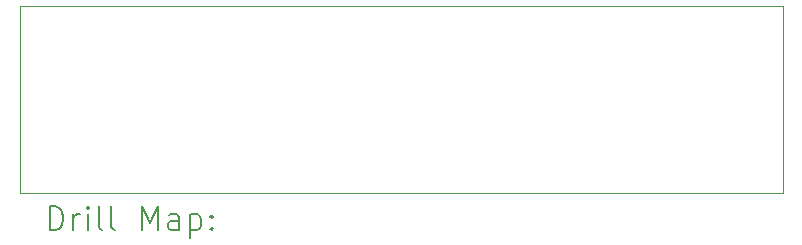
<source format=gbr>
%FSLAX45Y45*%
G04 Gerber Fmt 4.5, Leading zero omitted, Abs format (unit mm)*
G04 Created by KiCad (PCBNEW (6.0.4)) date 2022-04-05 13:55:58*
%MOMM*%
%LPD*%
G01*
G04 APERTURE LIST*
%TA.AperFunction,Profile*%
%ADD10C,0.100000*%
%TD*%
%ADD11C,0.200000*%
G04 APERTURE END LIST*
D10*
X5590000Y-9160000D02*
X12050000Y-9160000D01*
X12050000Y-9160000D02*
X12050000Y-10740000D01*
X12050000Y-10740000D02*
X5590000Y-10740000D01*
X5590000Y-10740000D02*
X5590000Y-9160000D01*
D11*
X5842619Y-11055476D02*
X5842619Y-10855476D01*
X5890238Y-10855476D01*
X5918809Y-10865000D01*
X5937857Y-10884048D01*
X5947381Y-10903095D01*
X5956905Y-10941190D01*
X5956905Y-10969762D01*
X5947381Y-11007857D01*
X5937857Y-11026905D01*
X5918809Y-11045952D01*
X5890238Y-11055476D01*
X5842619Y-11055476D01*
X6042619Y-11055476D02*
X6042619Y-10922143D01*
X6042619Y-10960238D02*
X6052143Y-10941190D01*
X6061667Y-10931667D01*
X6080714Y-10922143D01*
X6099762Y-10922143D01*
X6166428Y-11055476D02*
X6166428Y-10922143D01*
X6166428Y-10855476D02*
X6156905Y-10865000D01*
X6166428Y-10874524D01*
X6175952Y-10865000D01*
X6166428Y-10855476D01*
X6166428Y-10874524D01*
X6290238Y-11055476D02*
X6271190Y-11045952D01*
X6261667Y-11026905D01*
X6261667Y-10855476D01*
X6395000Y-11055476D02*
X6375952Y-11045952D01*
X6366428Y-11026905D01*
X6366428Y-10855476D01*
X6623571Y-11055476D02*
X6623571Y-10855476D01*
X6690238Y-10998333D01*
X6756905Y-10855476D01*
X6756905Y-11055476D01*
X6937857Y-11055476D02*
X6937857Y-10950714D01*
X6928333Y-10931667D01*
X6909286Y-10922143D01*
X6871190Y-10922143D01*
X6852143Y-10931667D01*
X6937857Y-11045952D02*
X6918809Y-11055476D01*
X6871190Y-11055476D01*
X6852143Y-11045952D01*
X6842619Y-11026905D01*
X6842619Y-11007857D01*
X6852143Y-10988810D01*
X6871190Y-10979286D01*
X6918809Y-10979286D01*
X6937857Y-10969762D01*
X7033095Y-10922143D02*
X7033095Y-11122143D01*
X7033095Y-10931667D02*
X7052143Y-10922143D01*
X7090238Y-10922143D01*
X7109286Y-10931667D01*
X7118809Y-10941190D01*
X7128333Y-10960238D01*
X7128333Y-11017381D01*
X7118809Y-11036429D01*
X7109286Y-11045952D01*
X7090238Y-11055476D01*
X7052143Y-11055476D01*
X7033095Y-11045952D01*
X7214048Y-11036429D02*
X7223571Y-11045952D01*
X7214048Y-11055476D01*
X7204524Y-11045952D01*
X7214048Y-11036429D01*
X7214048Y-11055476D01*
X7214048Y-10931667D02*
X7223571Y-10941190D01*
X7214048Y-10950714D01*
X7204524Y-10941190D01*
X7214048Y-10931667D01*
X7214048Y-10950714D01*
M02*

</source>
